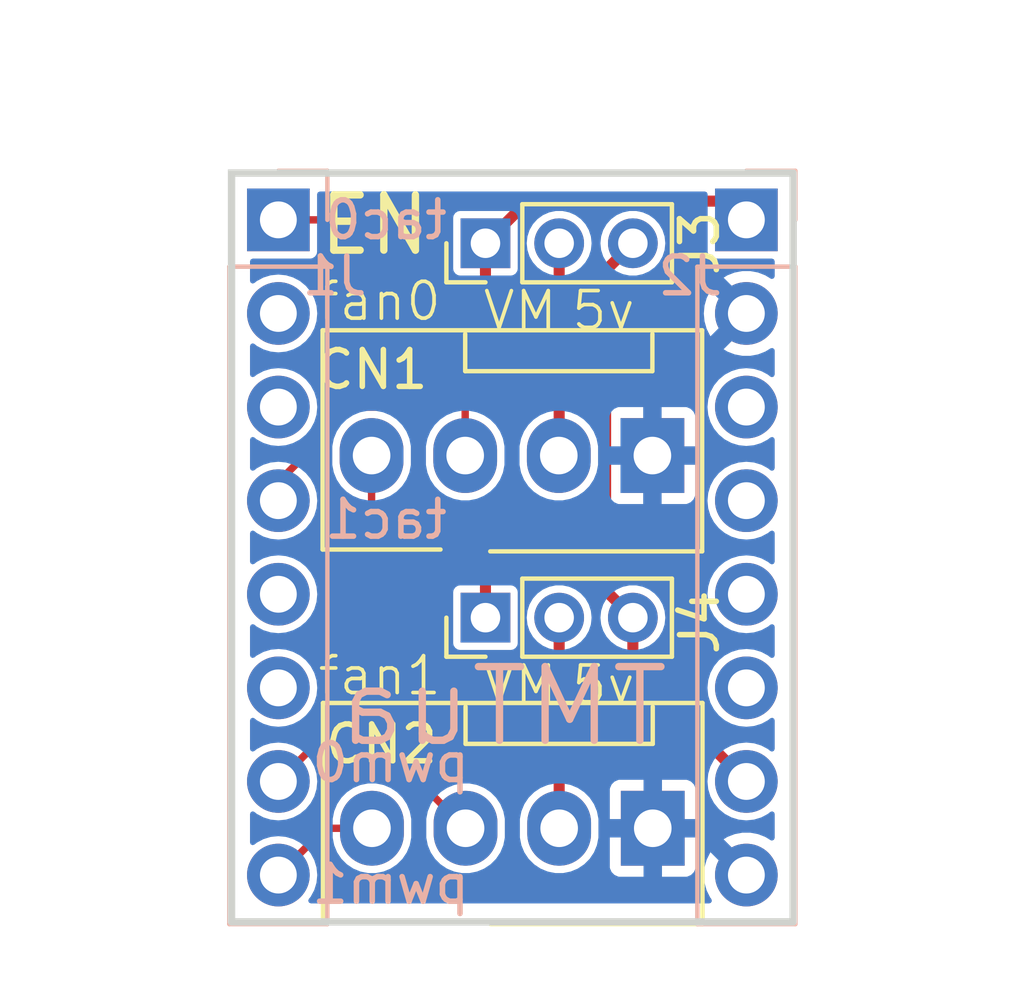
<source format=kicad_pcb>
(kicad_pcb (version 20240108) (generator "pcbnew") (generator_version "8.0")
  (title_block (title "TMTua") (date "2024-08-22") (rev "0.1") (company "Octule"))
  (layers (0 "F.Cu" signal) (31 "B.Cu" signal) (34 "B.Paste" user) (35 "F.Paste" user) (36 "B.SilkS" user "B.Silkscreen") (37 "F.SilkS" user "F.Silkscreen") (38 "B.Mask" user) (39 "F.Mask" user) (44 "Edge.Cuts" user))
  (net 0 "")
  (net 2 "/tach0")
  (net 3 "/pwm0")
  (net 4 "/pwm1")
  (net 6 "/tach1")
  (net 11 "GND")
  (net 14 "+5V")
  (net 15 "VM")
  (net 16 "/vfan0")
  (net 17 "/vfan1")
  (footprint "Connector_PinHeader_2.00mm:PinHeader_1x03_P2.00mm_Vertical" (layer "F.Cu") (at 104.68 59.817 90)
    (property "Reference" "J4" (at -0.127 5.81 90) (layer "F.SilkS"))
    (property "Value" "PZ200V-11-03P")
    (fp_line (start -1.06 -1.06) (end 0 -1.06) (stroke (width 0.12)) (layer "F.SilkS"))
    (fp_line (start -1.06 0) (end -1.06 -1.06) (stroke (width 0.12)) (layer "F.SilkS"))
    (fp_line (start 1.06 1) (end 1.06 5.06) (stroke (width 0.12)) (layer "F.SilkS"))
    (fp_line (start -1.06 1) (end 1.06 1) (stroke (width 0.12)) (layer "F.SilkS"))
    (fp_line (start -1.06 1) (end -1.06 5.06) (stroke (width 0.12)) (layer "F.SilkS"))
    (fp_line (start -1.06 5.06) (end 1.06 5.06) (stroke (width 0.12)) (layer "F.SilkS"))
    (pad "1" thru_hole rect (at 0 0 90) (size 1.35 1.35) (drill 0.8) (layers "*.Cu" "*.Mask") (net 15 "VM"))
    (pad "2" thru_hole oval (at 0 2 90) (size 1.35 1.35) (drill 0.8) (layers "*.Cu" "*.Mask") (net 17 "/vfan1"))
    (pad "3" thru_hole oval (at 0 4 90) (size 1.35 1.35) (drill 0.8) (layers "*.Cu" "*.Mask") (net 14 "+5V"))
  )
  (footprint "Connector:FanPinHeader_1x04_P2.54mm_Vertical" (layer "F.Cu") (at 109.21 55.418 180)
    (property "Reference" "CN1" (at 7.61 2.332 0) (layer "F.SilkS"))
    (property "Value" "HF1004E")
    (fp_line (start 8.95 3.4) (end -1.35 3.4) (stroke (width 0.12)) (layer "F.SilkS"))
    (fp_line (start 8.95 -2.55) (end 8.95 3.4) (stroke (width 0.12)) (layer "F.SilkS"))
    (fp_line (start 5.75 -2.55) (end 8.95 -2.55) (stroke (width 0.12)) (layer "F.SilkS"))
    (fp_line (start 5.08 2.29) (end 5.08 3.3) (stroke (width 0.12)) (layer "F.SilkS"))
    (fp_line (start 0 3.3) (end 0 2.29) (stroke (width 0.12)) (layer "F.SilkS"))
    (fp_line (start 0 2.29) (end 5.08 2.29) (stroke (width 0.12)) (layer "F.SilkS"))
    (fp_line (start -1.35 3.4) (end -1.35 -2.6) (stroke (width 0.12)) (layer "F.SilkS"))
    (fp_line (start -1.35 -2.6) (end 4.4 -2.6) (stroke (width 0.12)) (layer "F.SilkS"))
    (pad "1" thru_hole rect (at 0 0 270) (size 2.03 1.73) (drill 1.02) (layers "*.Cu" "*.Mask") (net 11 "GND"))
    (pad "2" thru_hole oval (at 2.54 0 270) (size 2.03 1.73) (drill 1.02) (layers "*.Cu" "*.Mask") (net 16 "/vfan0"))
    (pad "3" thru_hole oval (at 5.08 0 270) (size 2.03 1.73) (drill 1.02) (layers "*.Cu" "*.Mask") (net 2 "/tach0"))
    (pad "4" thru_hole oval (at 7.62 0 270) (size 2.03 1.73) (drill 1.02) (layers "*.Cu" "*.Mask") (net 3 "/pwm0"))
  )
  (footprint "Connector:FanPinHeader_1x04_P2.54mm_Vertical" (layer "F.Cu") (at 109.22 65.532 180)
    (property "Reference" "CN2" (at 7.366 2.286 0) (layer "F.SilkS"))
    (property "Value" "HF1004E")
    (fp_line (start 8.95 3.4) (end -1.35 3.4) (stroke (width 0.12)) (layer "F.SilkS"))
    (fp_line (start 8.95 -2.55) (end 8.95 3.4) (stroke (width 0.12)) (layer "F.SilkS"))
    (fp_line (start 5.75 -2.55) (end 8.95 -2.55) (stroke (width 0.12)) (layer "F.SilkS"))
    (fp_line (start 5.08 2.29) (end 5.08 3.3) (stroke (width 0.12)) (layer "F.SilkS"))
    (fp_line (start 0 3.3) (end 0 2.29) (stroke (width 0.12)) (layer "F.SilkS"))
    (fp_line (start 0 2.29) (end 5.08 2.29) (stroke (width 0.12)) (layer "F.SilkS"))
    (fp_line (start -1.35 3.4) (end -1.35 -2.6) (stroke (width 0.12)) (layer "F.SilkS"))
    (fp_line (start -1.35 -2.6) (end 4.4 -2.6) (stroke (width 0.12)) (layer "F.SilkS"))
    (pad "1" thru_hole rect (at 0 0 270) (size 2.03 1.73) (drill 1.02) (layers "*.Cu" "*.Mask") (net 11 "GND"))
    (pad "2" thru_hole oval (at 2.54 0 270) (size 2.03 1.73) (drill 1.02) (layers "*.Cu" "*.Mask") (net 17 "/vfan1"))
    (pad "3" thru_hole oval (at 5.08 0 270) (size 2.03 1.73) (drill 1.02) (layers "*.Cu" "*.Mask") (net 6 "/tach1"))
    (pad "4" thru_hole oval (at 7.62 0 270) (size 2.03 1.73) (drill 1.02) (layers "*.Cu" "*.Mask") (net 4 "/pwm1"))
  )
  (footprint "Connector_PinHeader_2.00mm:PinHeader_1x03_P2.00mm_Vertical" (layer "F.Cu") (at 104.68 49.657 90)
    (property "Reference" "J3" (at 0 5.81 90) (layer "F.SilkS"))
    (property "Value" "PZ200V-11-03P")
    (fp_line (start -1.06 -1.06) (end 0 -1.06) (stroke (width 0.12)) (layer "F.SilkS"))
    (fp_line (start -1.06 0) (end -1.06 -1.06) (stroke (width 0.12)) (layer "F.SilkS"))
    (fp_line (start 1.06 1) (end 1.06 5.06) (stroke (width 0.12)) (layer "F.SilkS"))
    (fp_line (start -1.06 1) (end 1.06 1) (stroke (width 0.12)) (layer "F.SilkS"))
    (fp_line (start -1.06 1) (end -1.06 5.06) (stroke (width 0.12)) (layer "F.SilkS"))
    (fp_line (start -1.06 5.06) (end 1.06 5.06) (stroke (width 0.12)) (layer "F.SilkS"))
    (pad "1" thru_hole rect (at 0 0 90) (size 1.35 1.35) (drill 0.8) (layers "*.Cu" "*.Mask") (net 15 "VM"))
    (pad "2" thru_hole oval (at 0 2 90) (size 1.35 1.35) (drill 0.8) (layers "*.Cu" "*.Mask") (net 16 "/vfan0"))
    (pad "3" thru_hole oval (at 0 4 90) (size 1.35 1.35) (drill 0.8) (layers "*.Cu" "*.Mask") (net 14 "+5V"))
  )
  (footprint "Connector_PinHeader_2.54mm:PinHeader_1x08_P2.54mm_Vertical" (layer "B.Cu") (at 111.76 49.022 180)
    (property "Reference" "J2" (at 1.524 -1.524 0) (layer "B.SilkS") (effects (justify mirror)))
    (property "Value" "B-2100S08P-A110")
    (fp_line (start 1.33 -1.27) (end -1.33 -1.27) (stroke (width 0.12)) (layer "B.SilkS"))
    (fp_line (start 1.33 -19.11) (end 1.33 -1.27) (stroke (width 0.12)) (layer "B.SilkS"))
    (fp_line (start 1.33 -19.11) (end -1.33 -19.11) (stroke (width 0.12)) (layer "B.SilkS"))
    (fp_line (start 0 1.33) (end -1.33 1.33) (stroke (width 0.12)) (layer "B.SilkS"))
    (fp_line (start -1.33 1.33) (end -1.33 0) (stroke (width 0.12)) (layer "B.SilkS"))
    (fp_line (start -1.33 -19.11) (end -1.33 -1.27) (stroke (width 0.12)) (layer "B.SilkS"))
    (pad "1" thru_hole rect (at 0 0 180) (size 1.7 1.7) (drill 1) (layers "*.Cu" "*.Mask") (net 15 "VM"))
    (pad "2" thru_hole oval (at 0 -2.54 180) (size 1.7 1.7) (drill 1) (layers "*.Cu" "*.Mask") (net 11 "GND"))
    (pad "3" thru_hole oval (at 0 -5.08 180) (size 1.7 1.7) (drill 1) (layers "*.Cu" "*.Mask"))
    (pad "4" thru_hole oval (at 0 -7.62 180) (size 1.7 1.7) (drill 1) (layers "*.Cu" "*.Mask"))
    (pad "5" thru_hole oval (at 0 -10.16 180) (size 1.7 1.7) (drill 1) (layers "*.Cu" "*.Mask"))
    (pad "6" thru_hole oval (at 0 -12.7 180) (size 1.7 1.7) (drill 1) (layers "*.Cu" "*.Mask"))
    (pad "7" thru_hole oval (at 0 -15.24 180) (size 1.7 1.7) (drill 1) (layers "*.Cu" "*.Mask") (net 14 "+5V"))
    (pad "8" thru_hole oval (at 0 -17.78 180) (size 1.7 1.7) (drill 1) (layers "*.Cu" "*.Mask") (net 11 "GND"))
  )
  (footprint "Connector_PinHeader_2.54mm:PinHeader_1x08_P2.54mm_Vertical" (layer "B.Cu") (at 99.06 49.022 180)
    (property "Reference" "J1" (at -1.524 -1.524 0) (layer "B.SilkS") (effects (justify mirror)))
    (property "Value" "B-2100S08P-A110")
    (fp_line (start 1.33 -1.27) (end -1.33 -1.27) (stroke (width 0.12)) (layer "B.SilkS"))
    (fp_line (start 1.33 -19.11) (end 1.33 -1.27) (stroke (width 0.12)) (layer "B.SilkS"))
    (fp_line (start 1.33 -19.11) (end -1.33 -19.11) (stroke (width 0.12)) (layer "B.SilkS"))
    (fp_line (start 0 1.33) (end -1.33 1.33) (stroke (width 0.12)) (layer "B.SilkS"))
    (fp_line (start -1.33 1.33) (end -1.33 0) (stroke (width 0.12)) (layer "B.SilkS"))
    (fp_line (start -1.33 -19.11) (end -1.33 -1.27) (stroke (width 0.12)) (layer "B.SilkS"))
    (pad "1" thru_hole rect (at 0 0 180) (size 1.7 1.7) (drill 1) (layers "*.Cu" "*.Mask") (net 2 "/tach0"))
    (pad "2" thru_hole oval (at 0 -2.54 180) (size 1.7 1.7) (drill 1) (layers "*.Cu" "*.Mask"))
    (pad "3" thru_hole oval (at 0 -5.08 180) (size 1.7 1.7) (drill 1) (layers "*.Cu" "*.Mask"))
    (pad "4" thru_hole oval (at 0 -7.62 180) (size 1.7 1.7) (drill 1) (layers "*.Cu" "*.Mask") (net 6 "/tach1"))
    (pad "5" thru_hole oval (at 0 -10.16 180) (size 1.7 1.7) (drill 1) (layers "*.Cu" "*.Mask"))
    (pad "6" thru_hole oval (at 0 -12.7 180) (size 1.7 1.7) (drill 1) (layers "*.Cu" "*.Mask"))
    (pad "7" thru_hole oval (at 0 -15.24 180) (size 1.7 1.7) (drill 1) (layers "*.Cu" "*.Mask") (net 3 "/pwm0"))
    (pad "8" thru_hole oval (at 0 -17.78 180) (size 1.7 1.7) (drill 1) (layers "*.Cu" "*.Mask") (net 4 "/pwm1"))
  )
  (gr_rect (start 97.79 47.752) (end 113.03 68.072) (stroke (width 0.2)) (fill none) (layer "Edge.Cuts"))
  (gr_text " tac1" (at 102.362 57.15 0) (layer "B.SilkS") (effects (font (size 1 1)) (justify mirror)))
  (gr_text " tac0" (at 102.362 49.022 0) (layer "B.SilkS") (effects (font (size 1 1)) (justify mirror)))
  (gr_text "pwm1" (at 102.108 67.056 0) (layer "B.SilkS") (effects (font (size 1 1)) (justify mirror)))
  (gr_text "TMTua" (at 105.156 62.23 0) (layer "B.SilkS") (effects (font (size 2 2) (thickness 0.2)) (justify mirror)))
  (gr_text "pwm0" (at 102.108 63.754 0) (layer "B.SilkS") (effects (font (size 1 1)) (justify mirror)))
  (gr_text "VM" (at 104.55581 52.07 0) (layer "F.SilkS") (effects (font (size 1 1) (thickness 0.1) (bold yes)) (justify left bottom)))
  (gr_text "fan0" (at 100.076 51.816 0) (layer "F.SilkS") (effects (font (size 1 1) (thickness 0.1) (bold yes)) (justify left bottom)))
  (gr_text "fan1" (at 100.076 61.976 0) (layer "F.SilkS") (effects (font (size 1 1) (thickness 0.1) (bold yes)) (justify left bottom)))
  (gr_text "5v" (at 106.958218 62.228085 0) (layer "F.SilkS") (effects (font (size 1 1) (thickness 0.1) (bold yes)) (justify left bottom)))
  (gr_text "VM" (at 104.55581 62.23 0) (layer "F.SilkS") (effects (font (size 1 1) (thickness 0.1) (bold yes)) (justify left bottom)))
  (gr_text "EN" (at 100.076 50.038 0) (layer "F.SilkS") (effects (font (size 1.5 1.5) (thickness 0.2)) (justify left bottom)))
  (gr_text "5v" (at 106.958218 52.068085 0) (layer "F.SilkS") (effects (font (size 1 1) (thickness 0.1) (bold yes)) (justify left bottom)))
  (segment (start 104.13 55.418) (end 104.13 52.568) (width 0.2) (layer "F.Cu") (net 2))
  (segment (start 104.13 52.568) (end 100.584 49.022) (width 0.2) (layer "F.Cu") (net 2))
  (segment (start 100.584 49.022) (end 99.06 49.022) (width 0.2) (layer "F.Cu") (net 2))
  (segment (start 101.59 61.732) (end 99.06 64.262) (width 0.2) (layer "F.Cu") (net 3))
  (segment (start 101.59 55.418) (end 101.59 61.732) (width 0.2) (layer "F.Cu") (net 3))
  (segment (start 101.6 65.532) (end 100.33 65.532) (width 0.2) (layer "F.Cu") (net 4))
  (segment (start 100.33 65.532) (end 99.06 66.802) (width 0.2) (layer "F.Cu") (net 4))
  (segment (start 99.06 56.134) (end 99.06 56.642) (width 0.2) (layer "F.Cu") (net 6))
  (segment (start 102.802396 64.194396) (end 102.802396 54.796396) (width 0.2) (layer "F.Cu") (net 6))
  (segment (start 101.091 54.103) (end 99.06 56.134) (width 0.2) (layer "F.Cu") (net 6))
  (segment (start 104.14 65.532) (end 102.802396 64.194396) (width 0.2) (layer "F.Cu") (net 6))
  (segment (start 102.802396 54.796396) (end 102.109 54.103) (width 0.2) (layer "F.Cu") (net 6))
  (segment (start 102.109 54.103) (end 101.091 54.103) (width 0.2) (layer "F.Cu") (net 6))
  (segment (start 107.940462 59.077462) (end 107.940462 50.396538) (width 0.3) (layer "F.Cu") (net 14))
  (segment (start 111.76 64.262) (end 108.68 61.182) (width 0.3) (layer "F.Cu") (net 14))
  (segment (start 108.68 59.817) (end 107.940462 59.077462) (width 0.3) (layer "F.Cu") (net 14))
  (segment (start 107.940462 50.396538) (end 108.68 49.657) (width 0.3) (layer "F.Cu") (net 14))
  (segment (start 108.68 61.182) (end 108.68 59.817) (width 0.3) (layer "F.Cu") (net 14))
  (segment (start 105.41 56.896) (end 104.68 57.626) (width 0.3) (layer "F.Cu") (net 15))
  (segment (start 104.68 53.626) (end 105.41 54.356) (width 0.3) (layer "F.Cu") (net 15))
  (segment (start 111.76 49.022) (end 111.252 48.514) (width 0.3) (layer "F.Cu") (net 15))
  (segment (start 105.823 48.514) (end 104.68 49.657) (width 0.3) (layer "F.Cu") (net 15))
  (segment (start 104.68 49.657) (end 104.68 53.626) (width 0.3) (layer "F.Cu") (net 15))
  (segment (start 111.252 48.514) (end 105.823 48.514) (width 0.3) (layer "F.Cu") (net 15))
  (segment (start 105.41 54.356) (end 105.41 56.896) (width 0.3) (layer "F.Cu") (net 15))
  (segment (start 104.68 57.626) (end 104.68 59.817) (width 0.3) (layer "F.Cu") (net 15))
  (segment (start 106.68 55.408) (end 106.67 55.418) (width 0.3) (layer "F.Cu") (net 16))
  (segment (start 106.68 49.657) (end 106.68 55.408) (width 0.3) (layer "F.Cu") (net 16))
  (segment (start 106.68 59.817) (end 106.68 65.532) (width 0.3) (layer "F.Cu") (net 17))
  (zone (net 11) (net_name "GND") (layer "B.Cu") (connect_pads (clearance 0.2)) (min_thickness 0.15) (fill yes (thermal_gap 0.3) (thermal_bridge_width 0.5))
    (polygon (pts (xy 97.155 47.117) (xy 113.665 47.117) (xy 113.665 68.707) (xy 97.155 68.707)))
  )
)
</source>
